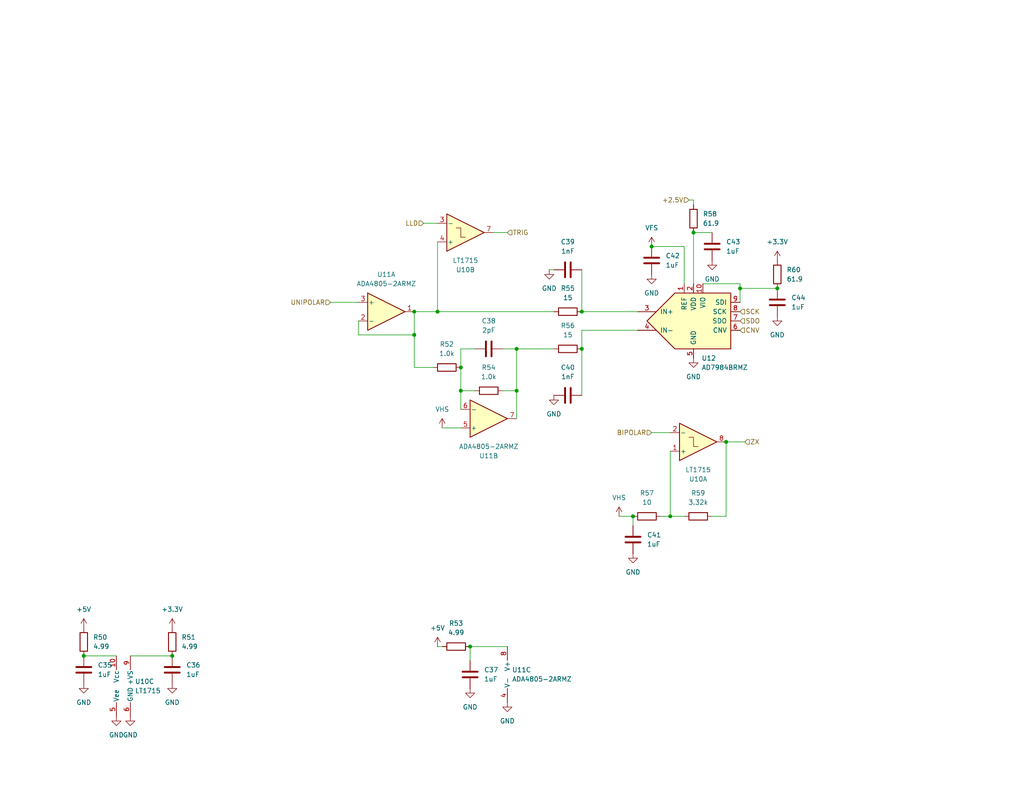
<source format=kicad_sch>
(kicad_sch (version 20231120) (generator "eeschema") (generator_version "8.0")
  (paper "USLetter")
  (title_block (title "QuERI MPU") (date "2024-05-26") (rev "Draft") (company "Noqsi Aerospace Ltd") (comment 1 "15 Blanchard Avenue, Billerica MA 01821") (comment 2 "jpd@noqsi.com"))
  (lib_symbols
    (symbol "QuERI_symbols:+2.5F" (power) (pin_names (offset 0))
      (property "Value" "+2.5F" (at 0 3.556 0))
      (symbol "+2.5F_0_1"
        (polyline (pts (xy -0.762 1.27) (xy 0 2.54)))
        (polyline (pts (xy 0 0) (xy 0 2.54)))
        (polyline (pts (xy 0 2.54) (xy 0.762 1.27)))
      )
      (symbol "+2.5F_1_1"
        (pin power_in line (at 0 0 90) (length 0) hide (name "+2.5F") (number "1"))
      )
    )
    (symbol "QuERI_symbols:AD7984BRMZ" (pin_names (offset 1.016)) (exclude_from_sim yes)
      (property "Reference" "U" (at 5.08 8.89 0))
      (property "Value" "AD7984BRMZ" (at 7.62 -8.89 0))
      (symbol "AD7984BRMZ_1_1"
        (polyline (pts (xy -5.08 7.62) (xy -12.7 0) (xy -5.08 -7.62) (xy 10.16 -7.62) (xy 10.16 7.62) (xy -5.08 7.62)) (stroke (width 0.254)) (fill (type background)))
        (pin input line (at -2.54 10.16 270) (length 2.54) (name "REF") (number "1"))
        (pin power_in line (at 2.54 10.16 270) (length 2.54) (name "VIO") (number "10"))
        (pin power_in line (at 0 10.16 270) (length 2.54) (name "VDD") (number "2"))
        (pin input line (at -15.24 2.54 0) (length 5.08) (name "IN+") (number "3"))
        (pin input line (at -15.24 -2.54 0) (length 5.08) (name "IN-") (number "4"))
        (pin power_in line (at 0 -10.16 90) (length 2.54) (name "GND") (number "5"))
        (pin input line (at 12.7 -2.54 180) (length 2.54) (name "CNV") (number "6"))
        (pin output line (at 12.7 0 180) (length 2.54) (name "SDO") (number "7"))
        (pin input line (at 12.7 2.54 180) (length 2.54) (name "SCK") (number "8"))
        (pin input line (at 12.7 5.08 180) (length 2.54) (name "SDI") (number "9"))
      )
    )
    (symbol "QuERI_symbols:ADA4805-2ARMZ" (pin_names (offset 0.127))
      (property "Reference" "U" (at 0 5.08 0))
      (property "Value" "ADA4805-2ARMZ" (at 0 -5.08 0))
      (symbol "ADA4805-2ARMZ_1_1"
        (polyline (pts (xy -5.08 5.08) (xy 5.08 0) (xy -5.08 -5.08) (xy -5.08 5.08)) (stroke (width 0.254)) (fill (type background)))
        (pin output line (at 7.62 0 180) (length 2.54) (name "~") (number "1"))
        (pin input line (at -7.62 -2.54 0) (length 2.54) (name "-") (number "2"))
        (pin input line (at -7.62 2.54 0) (length 2.54) (name "+") (number "3"))
      )
      (symbol "ADA4805-2ARMZ_2_1"
        (polyline (pts (xy -5.08 5.08) (xy 5.08 0) (xy -5.08 -5.08) (xy -5.08 5.08)) (stroke (width 0.254)) (fill (type background)))
        (pin input line (at -7.62 2.54 0) (length 2.54) (name "+") (number "5"))
        (pin input line (at -7.62 -2.54 0) (length 2.54) (name "-") (number "6"))
        (pin output line (at 7.62 0 180) (length 2.54) (name "~") (number "7"))
      )
      (symbol "ADA4805-2ARMZ_3_1"
        (pin power_in line (at -2.54 -7.62 90) (length 3.81) (name "V-") (number "4"))
        (pin power_in line (at -2.54 7.62 270) (length 3.81) (name "V+") (number "8"))
      )
    )
    (symbol "QuERI_symbols:C" (pin_numbers hide) (pin_names (offset 0.254))
      (property "Reference" "C" (at 0.635 2.54 0))
      (property "Value" "1uF" (at 0.635 -2.54 0))
      (symbol "C_0_1"
        (polyline (pts (xy -2.032 -0.762) (xy 2.032 -0.762)) (stroke (width 0.508)))
        (polyline (pts (xy -2.032 0.762) (xy 2.032 0.762)) (stroke (width 0.508)))
      )
      (symbol "C_1_1"
        (pin passive line (at 0 3.81 270) (length 2.794) (name "~") (number "1"))
        (pin passive line (at 0 -3.81 90) (length 2.794) (name "~") (number "2"))
      )
    )
    (symbol "QuERI_symbols:Csmall" (pin_numbers hide) (pin_names (offset 0.254))
      (property "Reference" "C" (at 0.635 2.54 0))
      (property "Value" "Csmall" (at 0.635 -2.54 0))
      (symbol "Csmall_0_1"
        (polyline (pts (xy -2.032 -0.762) (xy 2.032 -0.762)) (stroke (width 0.508)))
        (polyline (pts (xy -2.032 0.762) (xy 2.032 0.762)) (stroke (width 0.508)))
      )
      (symbol "Csmall_1_1"
        (pin passive line (at 0 3.81 270) (length 2.794) (name "~") (number "1"))
        (pin passive line (at 0 -3.81 90) (length 2.794) (name "~") (number "2"))
      )
    )
    (symbol "QuERI_symbols:LT1715" (pin_names (offset 0.127)) (exclude_from_sim yes)
      (property "Reference" "U" (at 3.81 3.81 0))
      (property "Value" "LT1715" (at 6.35 -3.81 0))
      (symbol "LT1715_1_1"
        (polyline (pts (xy -5.08 5.08) (xy 5.08 0) (xy -5.08 -5.08) (xy -5.08 5.08)) (stroke (width 0.254)) (fill (type background)))
        (polyline (pts (xy -2.54 -1.27) (xy -1.27 -1.27) (xy -1.27 1.27) (xy 0 1.27)))
        (pin input line (at -7.62 2.54 0) (length 2.54) (name "+") (number "1"))
        (pin input line (at -7.62 -2.54 0) (length 2.54) (name "-") (number "2"))
        (pin output line (at 7.62 0 180) (length 2.54) (name "~") (number "8"))
      )
      (symbol "LT1715_2_1"
        (polyline (pts (xy -5.08 5.08) (xy 5.08 0) (xy -5.08 -5.08) (xy -5.08 5.08)) (stroke (width 0.254)) (fill (type background)))
        (polyline (pts (xy -2.54 -1.27) (xy -1.27 -1.27) (xy -1.27 1.27) (xy 0 1.27)))
        (pin input line (at -7.62 -2.54 0) (length 2.54) (name "-") (number "3"))
        (pin input line (at -7.62 2.54 0) (length 2.54) (name "+") (number "4"))
        (pin output line (at 7.62 0 180) (length 2.54) (name "~") (number "7"))
      )
      (symbol "LT1715_3_1"
        (pin power_in line (at -2.54 8.89 270) (length 3.81) (name "Vcc") (number "10"))
        (pin power_in line (at -2.54 -7.62 90) (length 3.81) (name "Vee") (number "5"))
        (pin power_in line (at 1.27 -7.62 90) (length 3.81) (name "GND") (number "6"))
        (pin power_in line (at 1.27 8.89 270) (length 3.81) (name "+VS") (number "9"))
      )
    )
    (symbol "QuERI_symbols:Rlowp" (pin_numbers hide) (pin_names (offset 0))
      (property "Reference" "R" (at 2.032 0 90))
      (property "Value" "Rlowp" (at 0 0 90))
      (symbol "Rlowp_0_1"
        (rectangle (start -1.016 -2.54) (end 1.016 2.54) (stroke (width 0.254)))
      )
      (symbol "Rlowp_1_1"
        (pin passive line (at 0 3.81 270) (length 1.27) (name "~") (number "1"))
        (pin passive line (at 0 -3.81 90) (length 1.27) (name "~") (number "2"))
      )
    )
    (symbol "power:+3.3V" (power) (pin_numbers hide) (pin_names (offset 0) hide)
      (property "Value" "+3.3V" (at 0 3.556 0))
      (symbol "+3.3V_0_1"
        (polyline (pts (xy -0.762 1.27) (xy 0 2.54)))
        (polyline (pts (xy 0 0) (xy 0 2.54)))
        (polyline (pts (xy 0 2.54) (xy 0.762 1.27)))
      )
      (symbol "+3.3V_1_1"
        (pin power_in line (at 0 0 90) (length 0) (name "~") (number "1"))
      )
    )
    (symbol "power:+5V" (power) (pin_numbers hide) (pin_names (offset 0) hide)
      (property "Value" "+5V" (at 0 3.556 0))
      (symbol "+5V_0_1"
        (polyline (pts (xy -0.762 1.27) (xy 0 2.54)))
        (polyline (pts (xy 0 0) (xy 0 2.54)))
        (polyline (pts (xy 0 2.54) (xy 0.762 1.27)))
      )
      (symbol "+5V_1_1"
        (pin power_in line (at 0 0 90) (length 0) (name "~") (number "1"))
      )
    )
    (symbol "power:GND" (power) (pin_numbers hide) (pin_names (offset 0) hide)
      (property "Value" "GND" (at 0 -3.81 0))
      (symbol "GND_0_1"
        (polyline (pts (xy 0 0) (xy 0 -1.27) (xy 1.27 -1.27) (xy 0 -2.54) (xy -1.27 -1.27) (xy 0 -1.27)))
      )
      (symbol "GND_1_1"
        (pin power_in line (at 0 0 270) (length 0) (name "~") (number "1"))
      )
    )
  )
  (junction (at 119.38 85.09))
  (junction (at 212.09 78.74))
  (junction (at 189.23 63.5))
  (junction (at 182.88 140.97))
  (junction (at 201.93 78.74))
  (junction (at 158.75 85.09))
  (junction (at 125.73 100.33))
  (junction (at 22.86 179.07))
  (junction (at 172.72 140.97))
  (junction (at 140.97 106.68))
  (junction (at 198.12 120.65))
  (junction (at 177.8 67.31))
  (junction (at 46.99 179.07))
  (junction (at 140.97 95.25))
  (junction (at 128.27 176.53))
  (junction (at 125.73 106.68))
  (junction (at 158.75 95.25))
  (junction (at 113.03 91.44))
  (junction (at 113.03 85.09))
  (wire (pts (xy 129.54 106.68) (xy 125.73 106.68)))
  (wire (pts (xy 149.86 73.66) (xy 151.13 73.66)))
  (wire (pts (xy 140.97 95.25) (xy 137.16 95.25)))
  (wire (pts (xy 186.69 67.31) (xy 177.8 67.31)))
  (wire (pts (xy 97.79 91.44) (xy 113.03 91.44)))
  (wire (pts (xy 191.77 77.47) (xy 201.93 77.47)))
  (wire (pts (xy 119.38 66.04) (xy 119.38 85.09)))
  (wire (pts (xy 119.38 176.53) (xy 120.65 176.53)))
  (wire (pts (xy 134.62 63.5) (xy 138.43 63.5)))
  (wire (pts (xy 198.12 120.65) (xy 203.2 120.65)))
  (wire (pts (xy 113.03 100.33) (xy 118.11 100.33)))
  (wire (pts (xy 158.75 73.66) (xy 158.75 85.09)))
  (wire (pts (xy 189.23 63.5) (xy 189.23 77.47)))
  (wire (pts (xy 201.93 77.47) (xy 201.93 78.74)))
  (wire (pts (xy 180.34 140.97) (xy 182.88 140.97)))
  (wire (pts (xy 113.03 91.44) (xy 113.03 100.33)))
  (wire (pts (xy 194.31 140.97) (xy 198.12 140.97)))
  (wire (pts (xy 140.97 95.25) (xy 151.13 95.25)))
  (wire (pts (xy 140.97 106.68) (xy 137.16 106.68)))
  (wire (pts (xy 177.8 118.11) (xy 182.88 118.11)))
  (wire (pts (xy 113.03 85.09) (xy 119.38 85.09)))
  (wire (pts (xy 189.23 55.88) (xy 189.23 54.61)))
  (wire (pts (xy 186.69 77.47) (xy 186.69 67.31)))
  (wire (pts (xy 22.86 179.07) (xy 31.75 179.07)))
  (wire (pts (xy 140.97 114.3) (xy 140.97 106.68)))
  (wire (pts (xy 128.27 176.53) (xy 128.27 180.34)))
  (wire (pts (xy 201.93 78.74) (xy 212.09 78.74)))
  (wire (pts (xy 90.17 82.55) (xy 97.79 82.55)))
  (wire (pts (xy 140.97 95.25) (xy 140.97 106.68)))
  (wire (pts (xy 158.75 85.09) (xy 173.99 85.09)))
  (wire (pts (xy 189.23 54.61) (xy 187.96 54.61)))
  (wire (pts (xy 182.88 140.97) (xy 186.69 140.97)))
  (wire (pts (xy 173.99 90.17) (xy 158.75 90.17)))
  (wire (pts (xy 172.72 140.97) (xy 172.72 143.51)))
  (wire (pts (xy 128.27 176.53) (xy 138.43 176.53)))
  (wire (pts (xy 198.12 140.97) (xy 198.12 120.65)))
  (wire (pts (xy 158.75 95.25) (xy 158.75 107.95)))
  (wire (pts (xy 125.73 106.68) (xy 125.73 111.76)))
  (wire (pts (xy 189.23 63.5) (xy 194.31 63.5)))
  (wire (pts (xy 201.93 78.74) (xy 201.93 82.55)))
  (wire (pts (xy 120.65 116.84) (xy 125.73 116.84)))
  (wire (pts (xy 125.73 100.33) (xy 125.73 106.68)))
  (wire (pts (xy 158.75 90.17) (xy 158.75 95.25)))
  (wire (pts (xy 182.88 123.19) (xy 182.88 140.97)))
  (wire (pts (xy 113.03 91.44) (xy 113.03 85.09)))
  (wire (pts (xy 125.73 95.25) (xy 125.73 100.33)))
  (wire (pts (xy 129.54 95.25) (xy 125.73 95.25)))
  (wire (pts (xy 35.56 179.07) (xy 46.99 179.07)))
  (wire (pts (xy 119.38 85.09) (xy 151.13 85.09)))
  (wire (pts (xy 168.91 140.97) (xy 172.72 140.97)))
  (wire (pts (xy 97.79 87.63) (xy 97.79 91.44)))
  (wire (pts (xy 115.57 60.96) (xy 119.38 60.96)))
  (hierarchical_label "TRIG" (shape input) (at 138.43 63.5 0))
  (hierarchical_label "CNV" (shape input) (at 201.93 90.17 0))
  (hierarchical_label "+2.5V" (shape input) (at 187.96 54.61 180))
  (hierarchical_label "UNIPOLAR" (shape input) (at 90.17 82.55 180))
  (hierarchical_label "BIPOLAR" (shape input) (at 177.8 118.11 180))
  (hierarchical_label "SDO" (shape input) (at 201.93 87.63 0))
  (hierarchical_label "SCK" (shape input) (at 201.93 85.09 0))
  (hierarchical_label "ZX" (shape input) (at 203.2 120.65 0))
  (hierarchical_label "LLD" (shape input) (at 115.57 60.96 180))
  (symbol (lib_id "power:GND") (at 31.75 195.58 0) (unit 1)
    (property "Reference" "#PWR073" (effects (hide yes)))
    (property "Value" "GND" (at 31.75 200.66 0))
    (property "Description" "Power symbol creates a global label with name \"GND\" , ground" (effects (hide yes)))
    (instances (project "" (path "" (reference "#PWR073") (unit 1)) (path "" (reference "#PWR053") (unit 1))) (project "MPU" (path "" (reference "#PWR0270") (unit 1)) (path "" (reference "#PWR0316") (unit 1)) (path "" (reference "#PWR0230") (unit 1)) (path "" (reference "#PWR0250") (unit 1))))
  )
  (symbol (lib_id "QuERI_symbols:C") (at 194.31 67.31 0) (unit 1)
    (property "Reference" "C43" (at 198.12 66.04 0) (effects (justify left)))
    (property "Value" "1uF" (at 198.12 68.58 0) (effects (justify left)))
    (property "Footprint" "Capacitor_SMD:C_0805_2012Metric" (effects (hide yes)))
    (property "Description" "Unpolarized capacitor" (effects (hide yes)))
    (property "Spec" "16WVDC X7R" (effects (hide yes)))
    (instances (project "" (path "" (reference "C43") (unit 1)) (path "" (reference "C33") (unit 1))) (project "MPU" (path "" (reference "C143") (unit 1)) (path "" (reference "C227") (unit 1)) (path "" (reference "C123") (unit 1)) (path "" (reference "C133") (unit 1))))
  )
  (symbol (lib_id "QuERI_symbols:Csmall") (at 154.94 107.95 90) (unit 1)
    (property "Reference" "C40" (at 154.94 100.33 90))
    (property "Value" "1nF" (at 154.94 102.87 90))
    (property "Footprint" "Capacitor_SMD:C_0603_1608Metric" (effects (hide yes)))
    (property "Description" "Unpolarized capacitor" (effects (hide yes)))
    (property "Spec" "50WVDC C0G" (effects (hide yes)))
    (instances (project "" (path "" (reference "C40") (unit 1)) (path "" (reference "C30") (unit 1))) (project "MPU" (path "" (reference "C140") (unit 1)) (path "" (reference "C224") (unit 1)) (path "" (reference "C120") (unit 1)) (path "" (reference "C130") (unit 1))))
  )
  (symbol (lib_id "QuERI_symbols:ADA4805-2ARMZ") (at 133.35 114.3 0) (mirror x) (unit 2)
    (property "Reference" "U11" (at 133.35 124.46 0))
    (property "Value" "ADA4805-2ARMZ" (at 133.35 121.92 0))
    (property "Footprint" "Package_SO:MSOP-8_3x3mm_P0.65mm" (effects (hide yes)))
    (property "Datasheet" "https://www.analog.com/media/en/technical-documentation/data-sheets/ADA4805-1_4805-2.pdf" (effects (hide yes)))
    (property "Description" "Dual Operational Amplifiers, DIP-8/SOIC-8/TSSOP-8/VSSOP-8" (effects (hide yes)))
    (property "Sim.Library" "ADA4805_msop.mod" (effects (hide yes)))
    (property "Sim.Name" "ADA4805_msop" (effects (hide yes)))
    (property "Sim.Device" "SUBCKT" (effects (hide yes)))
    (property "Sim.Pins" "1=1 2=2 3=3 4=4 5=5 6=6 7=7 8=8" (effects (hide yes)))
    (instances (project "" (path "" (reference "U11") (unit 2)) (path "" (reference "U8") (unit 2))) (project "MPU" (path "" (reference "U33") (unit 2)) (path "" (reference "U38") (unit 2)) (path "" (reference "U27") (unit 2)) (path "" (reference "U30") (unit 2))))
  )
  (symbol (lib_id "QuERI_symbols:C") (at 128.27 184.15 0) (unit 1)
    (property "Reference" "C37" (at 132.08 182.88 0) (effects (justify left)))
    (property "Value" "1uF" (at 132.08 185.42 0) (effects (justify left)))
    (property "Footprint" "Capacitor_SMD:C_0805_2012Metric" (effects (hide yes)))
    (property "Description" "Unpolarized capacitor" (effects (hide yes)))
    (property "Spec" "16WVDC X7R" (effects (hide yes)))
    (instances (project "" (path "" (reference "C37") (unit 1)) (path "" (reference "C27") (unit 1))) (project "MPU" (path "" (reference "C137") (unit 1)) (path "" (reference "C221") (unit 1)) (path "" (reference "C117") (unit 1)) (path "" (reference "C127") (unit 1))))
  )
  (symbol (lib_id "QuERI_symbols:C") (at 212.09 82.55 0) (unit 1)
    (property "Reference" "C44" (at 215.9 81.28 0) (effects (justify left)))
    (property "Value" "1uF" (at 215.9 83.82 0) (effects (justify left)))
    (property "Footprint" "Capacitor_SMD:C_0805_2012Metric" (effects (hide yes)))
    (property "Description" "Unpolarized capacitor" (effects (hide yes)))
    (property "Spec" "16WVDC X7R" (effects (hide yes)))
    (instances (project "" (path "" (reference "C44") (unit 1)) (path "" (reference "C34") (unit 1))) (project "MPU" (path "" (reference "C144") (unit 1)) (path "" (reference "C228") (unit 1)) (path "" (reference "C124") (unit 1)) (path "" (reference "C134") (unit 1))))
  )
  (symbol (lib_id "QuERI_symbols:Rlowp") (at 154.94 95.25 90) (unit 1)
    (property "Reference" "R56" (at 154.94 88.9 90))
    (property "Value" "15" (at 154.94 91.44 90))
    (property "Footprint" "Resistor_SMD:R_0603_1608Metric" (effects (hide yes)))
    (property "Description" "Resistor" (effects (hide yes)))
    (property "Spec" "1% 1/10W" (effects (hide yes)))
    (instances (project "" (path "" (reference "R56") (unit 1)) (path "" (reference "R45") (unit 1))) (project "MPU" (path "" (reference "R187") (unit 1)) (path "" (reference "R216") (unit 1)) (path "" (reference "R165") (unit 1)) (path "" (reference "R176") (unit 1))))
  )
  (symbol (lib_id "power:GND") (at 172.72 151.13 0) (unit 1)
    (property "Reference" "#PWR084" (effects (hide yes)))
    (property "Value" "GND" (at 172.72 156.21 0))
    (property "Description" "Power symbol creates a global label with name \"GND\" , ground" (effects (hide yes)))
    (instances (project "" (path "" (reference "#PWR084") (unit 1)) (path "" (reference "#PWR064") (unit 1))) (project "MPU" (path "" (reference "#PWR0281") (unit 1)) (path "" (reference "#PWR0327") (unit 1)) (path "" (reference "#PWR0241") (unit 1)) (path "" (reference "#PWR0261") (unit 1))))
  )
  (symbol (lib_id "power:GND") (at 22.86 186.69 0) (unit 1)
    (property "Reference" "#PWR072" (effects (hide yes)))
    (property "Value" "GND" (at 22.86 191.77 0))
    (property "Description" "Power symbol creates a global label with name \"GND\" , ground" (effects (hide yes)))
    (instances (project "" (path "" (reference "#PWR072") (unit 1)) (path "" (reference "#PWR052") (unit 1))) (project "MPU" (path "" (reference "#PWR0269") (unit 1)) (path "" (reference "#PWR0315") (unit 1)) (path "" (reference "#PWR0229") (unit 1)) (path "" (reference "#PWR0249") (unit 1))))
  )
  (symbol (lib_id "QuERI_symbols:ADA4805-2ARMZ") (at 140.97 184.15 0) (unit 3)
    (property "Reference" "U11" (at 139.7 182.88 0) (effects (justify left)))
    (property "Value" "ADA4805-2ARMZ" (at 139.7 185.42 0) (effects (justify left)))
    (property "Footprint" "Package_SO:MSOP-8_3x3mm_P0.65mm" (effects (hide yes)))
    (property "Datasheet" "https://www.analog.com/media/en/technical-documentation/data-sheets/ADA4805-1_4805-2.pdf" (effects (hide yes)))
    (property "Description" "Dual Operational Amplifiers, DIP-8/SOIC-8/TSSOP-8/VSSOP-8" (effects (hide yes)))
    (property "Sim.Library" "ADA4805_msop.mod" (effects (hide yes)))
    (property "Sim.Name" "ADA4805_msop" (effects (hide yes)))
    (property "Sim.Device" "SUBCKT" (effects (hide yes)))
    (property "Sim.Pins" "1=1 2=2 3=3 4=4 5=5 6=6 7=7 8=8" (effects (hide yes)))
    (instances (project "" (path "" (reference "U11") (unit 3)) (path "" (reference "U8") (unit 3))) (project "MPU" (path "" (reference "U33") (unit 3)) (path "" (reference "U38") (unit 3)) (path "" (reference "U27") (unit 3)) (path "" (reference "U30") (unit 3))))
  )
  (symbol (lib_id "QuERI_symbols:Csmall") (at 133.35 95.25 90) (unit 1)
    (property "Reference" "C38" (at 133.35 87.63 90))
    (property "Value" "2pF" (at 133.35 90.17 90))
    (property "Footprint" "Capacitor_SMD:C_0603_1608Metric" (effects (hide yes)))
    (property "Description" "Unpolarized capacitor" (effects (hide yes)))
    (property "Spec" "50WVDC C0G" (effects (hide yes)))
    (instances (project "" (path "" (reference "C38") (unit 1)) (path "" (reference "C28") (unit 1))) (project "MPU" (path "" (reference "C138") (unit 1)) (path "" (reference "C222") (unit 1)) (path "" (reference "C118") (unit 1)) (path "" (reference "C128") (unit 1))))
  )
  (symbol (lib_id "power:+3.3V") (at 46.99 171.45 0) (unit 1)
    (property "Reference" "#PWR075" (effects (hide yes)))
    (property "Value" "+3.3V" (at 46.99 166.37 0))
    (property "Description" "Power symbol creates a global label with name \"+3.3V\"" (effects (hide yes)))
    (instances (project "" (path "" (reference "#PWR075") (unit 1)) (path "" (reference "#PWR055") (unit 1))) (project "MPU" (path "" (reference "#PWR0272") (unit 1)) (path "" (reference "#PWR0318") (unit 1)) (path "" (reference "#PWR0232") (unit 1)) (path "" (reference "#PWR0252") (unit 1))))
  )
  (symbol (lib_id "power:GND") (at 212.09 86.36 0) (unit 1)
    (property "Reference" "#PWR090" (effects (hide yes)))
    (property "Value" "GND" (at 212.09 91.44 0))
    (property "Description" "Power symbol creates a global label with name \"GND\" , ground" (effects (hide yes)))
    (instances (project "" (path "" (reference "#PWR090") (unit 1)) (path "" (reference "#PWR070") (unit 1))) (project "MPU" (path "" (reference "#PWR0287") (unit 1)) (path "" (reference "#PWR0333") (unit 1)) (path "" (reference "#PWR0247") (unit 1)) (path "" (reference "#PWR0267") (unit 1))))
  )
  (symbol (lib_id "QuERI_symbols:ADA4805-2ARMZ") (at 105.41 85.09 0) (unit 1)
    (property "Reference" "U11" (at 105.41 74.93 0))
    (property "Value" "ADA4805-2ARMZ" (at 105.41 77.47 0))
    (property "Footprint" "Package_SO:MSOP-8_3x3mm_P0.65mm" (effects (hide yes)))
    (property "Datasheet" "https://www.analog.com/media/en/technical-documentation/data-sheets/ADA4805-1_4805-2.pdf" (effects (hide yes)))
    (property "Description" "Dual Operational Amplifiers, DIP-8/SOIC-8/TSSOP-8/VSSOP-8" (effects (hide yes)))
    (property "Sim.Library" "ADA4805_msop.mod" (effects (hide yes)))
    (property "Sim.Name" "ADA4805_msop" (effects (hide yes)))
    (property "Sim.Device" "SUBCKT" (effects (hide yes)))
    (property "Sim.Pins" "1=1 2=2 3=3 4=4 5=5 6=6 7=7 8=8" (effects (hide yes)))
    (instances (project "" (path "" (reference "U11") (unit 1)) (path "" (reference "U8") (unit 1))) (project "MPU" (path "" (reference "U33") (unit 1)) (path "" (reference "U38") (unit 1)) (path "" (reference "U27") (unit 1)) (path "" (reference "U30") (unit 1))))
  )
  (symbol (lib_id "QuERI_symbols:Rlowp") (at 124.46 176.53 90) (unit 1)
    (property "Reference" "R53" (at 124.46 170.18 90))
    (property "Value" "4.99" (at 124.46 172.72 90))
    (property "Footprint" "Resistor_SMD:R_0603_1608Metric" (effects (hide yes)))
    (property "Description" "Resistor" (effects (hide yes)))
    (property "Spec" "1% 1/10W" (effects (hide yes)))
    (instances (project "" (path "" (reference "R53") (unit 1)) (path "" (reference "R42") (unit 1))) (project "MPU" (path "" (reference "R184") (unit 1)) (path "" (reference "R213") (unit 1)) (path "" (reference "R162") (unit 1)) (path "" (reference "R173") (unit 1))))
  )
  (symbol (lib_id "power:+5V") (at 22.86 171.45 0) (unit 1)
    (property "Reference" "#PWR071" (effects (hide yes)))
    (property "Value" "+5V" (at 22.86 166.37 0))
    (property "Description" "Power symbol creates a global label with name \"+5V\"" (effects (hide yes)))
    (instances (project "" (path "" (reference "#PWR071") (unit 1)) (path "" (reference "#PWR051") (unit 1))) (project "MPU" (path "" (reference "#PWR0268") (unit 1)) (path "" (reference "#PWR0314") (unit 1)) (path "" (reference "#PWR0228") (unit 1)) (path "" (reference "#PWR0248") (unit 1))))
  )
  (symbol (lib_id "QuERI_symbols:Rlowp") (at 154.94 85.09 90) (unit 1)
    (property "Reference" "R55" (at 154.94 78.74 90))
    (property "Value" "15" (at 154.94 81.28 90))
    (property "Footprint" "Resistor_SMD:R_0603_1608Metric" (effects (hide yes)))
    (property "Description" "Resistor" (effects (hide yes)))
    (property "Spec" "1% 1/10W" (effects (hide yes)))
    (instances (project "" (path "" (reference "R55") (unit 1)) (path "" (reference "R44") (unit 1))) (project "MPU" (path "" (reference "R186") (unit 1)) (path "" (reference "R215") (unit 1)) (path "" (reference "R164") (unit 1)) (path "" (reference "R175") (unit 1))))
  )
  (symbol (lib_id "power:GND") (at 177.8 74.93 0) (unit 1)
    (property "Reference" "#PWR086" (effects (hide yes)))
    (property "Value" "GND" (at 177.8 80.01 0))
    (property "Description" "Power symbol creates a global label with name \"GND\" , ground" (effects (hide yes)))
    (instances (project "" (path "" (reference "#PWR086") (unit 1)) (path "" (reference "#PWR066") (unit 1))) (project "MPU" (path "" (reference "#PWR0283") (unit 1)) (path "" (reference "#PWR0329") (unit 1)) (path "" (reference "#PWR0243") (unit 1)) (path "" (reference "#PWR0263") (unit 1))))
  )
  (symbol (lib_id "power:GND") (at 151.13 107.95 0) (unit 1)
    (property "Reference" "#PWR082" (effects (hide yes)))
    (property "Value" "GND" (at 151.13 113.03 0))
    (property "Description" "Power symbol creates a global label with name \"GND\" , ground" (effects (hide yes)))
    (instances (project "" (path "" (reference "#PWR082") (unit 1)) (path "" (reference "#PWR062") (unit 1))) (project "MPU" (path "" (reference "#PWR0279") (unit 1)) (path "" (reference "#PWR0325") (unit 1)) (path "" (reference "#PWR0239") (unit 1)) (path "" (reference "#PWR0259") (unit 1))))
  )
  (symbol (lib_id "power:+3.3V") (at 212.09 71.12 0) (unit 1)
    (property "Reference" "#PWR089" (effects (hide yes)))
    (property "Value" "+3.3V" (at 212.09 66.04 0))
    (property "Description" "Power symbol creates a global label with name \"+3.3V\"" (effects (hide yes)))
    (instances (project "" (path "" (reference "#PWR089") (unit 1)) (path "" (reference "#PWR069") (unit 1))) (project "MPU" (path "" (reference "#PWR0286") (unit 1)) (path "" (reference "#PWR0332") (unit 1)) (path "" (reference "#PWR0246") (unit 1)) (path "" (reference "#PWR0266") (unit 1))))
  )
  (symbol (lib_id "power:GND") (at 149.86 73.66 0) (unit 1)
    (property "Reference" "#PWR081" (effects (hide yes)))
    (property "Value" "GND" (at 149.86 78.74 0))
    (property "Description" "Power symbol creates a global label with name \"GND\" , ground" (effects (hide yes)))
    (instances (project "" (path "" (reference "#PWR081") (unit 1)) (path "" (reference "#PWR061") (unit 1))) (project "MPU" (path "" (reference "#PWR0278") (unit 1)) (path "" (reference "#PWR0324") (unit 1)) (path "" (reference "#PWR0238") (unit 1)) (path "" (reference "#PWR0258") (unit 1))))
  )
  (symbol (lib_id "QuERI_symbols:Rlowp") (at 189.23 59.69 0) (unit 1)
    (property "Reference" "R58" (at 191.77 58.42 0) (effects (justify left)))
    (property "Value" "61.9" (at 191.77 60.96 0) (effects (justify left)))
    (property "Footprint" "Resistor_SMD:R_0603_1608Metric" (effects (hide yes)))
    (property "Description" "Resistor" (effects (hide yes)))
    (property "Spec" "1% 1/10W" (effects (hide yes)))
    (instances (project "" (path "" (reference "R58") (unit 1)) (path "" (reference "R47") (unit 1))) (project "MPU" (path "" (reference "R189") (unit 1)) (path "" (reference "R218") (unit 1)) (path "" (reference "R167") (unit 1)) (path "" (reference "R178") (unit 1))))
  )
  (symbol (lib_id "QuERI_symbols:Rlowp") (at 176.53 140.97 90) (unit 1)
    (property "Reference" "R57" (at 176.53 134.62 90))
    (property "Value" "10" (at 176.53 137.16 90))
    (property "Footprint" "Resistor_SMD:R_0603_1608Metric" (effects (hide yes)))
    (property "Description" "Resistor" (effects (hide yes)))
    (property "Spec" "1% 1/10W" (effects (hide yes)))
    (instances (project "" (path "" (reference "R57") (unit 1)) (path "" (reference "R46") (unit 1))) (project "MPU" (path "" (reference "R188") (unit 1)) (path "" (reference "R217") (unit 1)) (path "" (reference "R166") (unit 1)) (path "" (reference "R177") (unit 1))))
  )
  (symbol (lib_id "QuERI_symbols:+2.5F") (at 120.65 116.84 0) (unit 1)
    (property "Reference" "#PWR078" (effects (hide yes)))
    (property "Value" "VHS" (at 120.65 111.76 0))
    (property "Description" "Power symbol creates a global label with name \"+2.5F\"" (effects (hide yes)))
    (instances (project "" (path "" (reference "#PWR078") (unit 1)) (path "" (reference "#PWR058") (unit 1))) (project "MPU" (path "" (reference "#PWR0275") (unit 1)) (path "" (reference "#PWR0321") (unit 1)) (path "" (reference "#PWR0235") (unit 1)) (path "" (reference "#PWR0255") (unit 1))))
  )
  (symbol (lib_id "QuERI_symbols:C") (at 46.99 182.88 0) (unit 1)
    (property "Reference" "C36" (at 50.8 181.61 0) (effects (justify left)))
    (property "Value" "1uF" (at 50.8 184.15 0) (effects (justify left)))
    (property "Footprint" "Capacitor_SMD:C_0805_2012Metric" (effects (hide yes)))
    (property "Description" "Unpolarized capacitor" (effects (hide yes)))
    (property "Spec" "16WVDC X7R" (effects (hide yes)))
    (instances (project "" (path "" (reference "C36") (unit 1)) (path "" (reference "C26") (unit 1))) (project "MPU" (path "" (reference "C136") (unit 1)) (path "" (reference "C220") (unit 1)) (path "" (reference "C116") (unit 1)) (path "" (reference "C126") (unit 1))))
  )
  (symbol (lib_id "QuERI_symbols:C") (at 22.86 182.88 0) (unit 1)
    (property "Reference" "C35" (at 26.67 181.61 0) (effects (justify left)))
    (property "Value" "1uF" (at 26.67 184.15 0) (effects (justify left)))
    (property "Footprint" "Capacitor_SMD:C_0805_2012Metric" (effects (hide yes)))
    (property "Description" "Unpolarized capacitor" (effects (hide yes)))
    (property "Spec" "16WVDC X7R" (effects (hide yes)))
    (instances (project "" (path "" (reference "C35") (unit 1)) (path "" (reference "C25") (unit 1))) (project "MPU" (path "" (reference "C135") (unit 1)) (path "" (reference "C219") (unit 1)) (path "" (reference "C115") (unit 1)) (path "" (reference "C125") (unit 1))))
  )
  (symbol (lib_id "QuERI_symbols:LT1715") (at 190.5 120.65 0) (mirror x) (unit 1) (exclude_from_sim yes)
    (property "Reference" "U10" (at 190.5 130.81 0))
    (property "Value" "LT1715" (at 190.5 128.27 0))
    (property "Footprint" "Package_SO:MSOP-10_3x3mm_P0.5mm" (effects (hide yes)))
    (property "Datasheet" "https://www.analog.com/media/en/technical-documentation/data-sheets/1715fa.pdf" (effects (hide yes)))
    (property "Description" "Fast Dual Comparator, MSOP-10" (effects (hide yes)))
    (property "Sim.Library" "LT1715_pkg.mod" (effects (hide yes)))
    (property "Sim.Name" "lt1715_pkg" (effects (hide yes)))
    (property "Sim.Device" "SUBCKT" (effects (hide yes)))
    (property "Sim.Pins" "1=1 2=2 3=3 4=4 5=5 6=6 7=7 8=8 9=9 10=10" (effects (hide yes)))
    (instances (project "" (path "" (reference "U10") (unit 1)) (path "" (reference "U7") (unit 1))) (project "MPU" (path "" (reference "U32") (unit 1)) (path "" (reference "U37") (unit 1)) (path "" (reference "U26") (unit 1)) (path "" (reference "U29") (unit 1))))
  )
  (symbol (lib_id "power:GND") (at 128.27 187.96 0) (unit 1)
    (property "Reference" "#PWR079" (effects (hide yes)))
    (property "Value" "GND" (at 128.27 193.04 0))
    (property "Description" "Power symbol creates a global label with name \"GND\" , ground" (effects (hide yes)))
    (instances (project "" (path "" (reference "#PWR079") (unit 1)) (path "" (reference "#PWR059") (unit 1))) (project "MPU" (path "" (reference "#PWR0276") (unit 1)) (path "" (reference "#PWR0322") (unit 1)) (path "" (reference "#PWR0236") (unit 1)) (path "" (reference "#PWR0256") (unit 1))))
  )
  (symbol (lib_id "QuERI_symbols:C") (at 177.8 71.12 0) (unit 1)
    (property "Reference" "C42" (at 181.61 69.85 0) (effects (justify left)))
    (property "Value" "1uF" (at 181.61 72.39 0) (effects (justify left)))
    (property "Footprint" "Capacitor_SMD:C_0805_2012Metric" (effects (hide yes)))
    (property "Description" "Unpolarized capacitor" (effects (hide yes)))
    (property "Spec" "16WVDC X7R" (effects (hide yes)))
    (instances (project "" (path "" (reference "C42") (unit 1)) (path "" (reference "C32") (unit 1))) (project "MPU" (path "" (reference "C142") (unit 1)) (path "" (reference "C226") (unit 1)) (path "" (reference "C122") (unit 1)) (path "" (reference "C132") (unit 1))))
  )
  (symbol (lib_id "power:GND") (at 194.31 71.12 0) (unit 1)
    (property "Reference" "#PWR088" (effects (hide yes)))
    (property "Value" "GND" (at 194.31 76.2 0))
    (property "Description" "Power symbol creates a global label with name \"GND\" , ground" (effects (hide yes)))
    (instances (project "" (path "" (reference "#PWR088") (unit 1)) (path "" (reference "#PWR068") (unit 1))) (project "MPU" (path "" (reference "#PWR0285") (unit 1)) (path "" (reference "#PWR0331") (unit 1)) (path "" (reference "#PWR0245") (unit 1)) (path "" (reference "#PWR0265") (unit 1))))
  )
  (symbol (lib_id "QuERI_symbols:Csmall") (at 154.94 73.66 90) (unit 1)
    (property "Reference" "C39" (at 154.94 66.04 90))
    (property "Value" "1nF" (at 154.94 68.58 90))
    (property "Footprint" "Capacitor_SMD:C_0603_1608Metric" (effects (hide yes)))
    (property "Description" "Unpolarized capacitor" (effects (hide yes)))
    (property "Spec" "50WVDC C0G" (effects (hide yes)))
    (instances (project "" (path "" (reference "C39") (unit 1)) (path "" (reference "C29") (unit 1))) (project "MPU" (path "" (reference "C139") (unit 1)) (path "" (reference "C223") (unit 1)) (path "" (reference "C119") (unit 1)) (path "" (reference "C129") (unit 1))))
  )
  (symbol (lib_id "QuERI_symbols:C") (at 172.72 147.32 0) (unit 1)
    (property "Reference" "C41" (at 176.53 146.05 0) (effects (justify left)))
    (property "Value" "1uF" (at 176.53 148.59 0) (effects (justify left)))
    (property "Footprint" "Capacitor_SMD:C_0805_2012Metric" (effects (hide yes)))
    (property "Description" "Unpolarized capacitor" (effects (hide yes)))
    (property "Spec" "16WVDC X7R" (effects (hide yes)))
    (instances (project "" (path "" (reference "C41") (unit 1)) (path "" (reference "C31") (unit 1))) (project "MPU" (path "" (reference "C141") (unit 1)) (path "" (reference "C225") (unit 1)) (path "" (reference "C121") (unit 1)) (path "" (reference "C131") (unit 1))))
  )
  (symbol (lib_id "QuERI_symbols:Rlowp") (at 212.09 74.93 0) (unit 1)
    (property "Reference" "R60" (at 214.63 73.66 0) (effects (justify left)))
    (property "Value" "61.9" (at 214.63 76.2 0) (effects (justify left)))
    (property "Footprint" "Resistor_SMD:R_0603_1608Metric" (effects (hide yes)))
    (property "Description" "Resistor" (effects (hide yes)))
    (property "Spec" "1% 1/10W" (effects (hide yes)))
    (instances (project "" (path "" (reference "R60") (unit 1)) (path "" (reference "R49") (unit 1))) (project "MPU" (path "" (reference "R191") (unit 1)) (path "" (reference "R220") (unit 1)) (path "" (reference "R169") (unit 1)) (path "" (reference "R180") (unit 1))))
  )
  (symbol (lib_id "QuERI_symbols:+2.5F") (at 177.8 67.31 0) (unit 1)
    (property "Reference" "#PWR085" (effects (hide yes)))
    (property "Value" "VFS" (at 177.8 62.23 0))
    (property "Description" "Power symbol creates a global label with name \"+2.5F\"" (effects (hide yes)))
    (instances (project "" (path "" (reference "#PWR085") (unit 1)) (path "" (reference "#PWR065") (unit 1))) (project "MPU" (path "" (reference "#PWR0282") (unit 1)) (path "" (reference "#PWR0328") (unit 1)) (path "" (reference "#PWR0242") (unit 1)) (path "" (reference "#PWR0262") (unit 1))))
  )
  (symbol (lib_id "QuERI_symbols:Rlowp") (at 22.86 175.26 0) (unit 1)
    (property "Reference" "R50" (at 25.4 173.99 0) (effects (justify left)))
    (property "Value" "4.99" (at 25.4 176.53 0) (effects (justify left)))
    (property "Footprint" "Resistor_SMD:R_0603_1608Metric" (effects (hide yes)))
    (property "Description" "Resistor" (effects (hide yes)))
    (property "Spec" "1% 1/10W" (effects (hide yes)))
    (instances (project "" (path "" (reference "R50") (unit 1)) (path "" (reference "R39") (unit 1))) (project "MPU" (path "" (reference "R181") (unit 1)) (path "" (reference "R210") (unit 1)) (path "" (reference "R159") (unit 1)) (path "" (reference "R170") (unit 1))))
  )
  (symbol (lib_id "QuERI_symbols:Rlowp") (at 121.92 100.33 90) (unit 1)
    (property "Reference" "R52" (at 121.92 93.98 90))
    (property "Value" "1.0k" (at 121.92 96.52 90))
    (property "Footprint" "Resistor_SMD:R_0603_1608Metric" (effects (hide yes)))
    (property "Description" "Resistor" (effects (hide yes)))
    (property "Spec" "1% 1/10W" (effects (hide yes)))
    (instances (project "" (path "" (reference "R52") (unit 1)) (path "" (reference "R41") (unit 1))) (project "MPU" (path "" (reference "R183") (unit 1)) (path "" (reference "R212") (unit 1)) (path "" (reference "R161") (unit 1)) (path "" (reference "R172") (unit 1))))
  )
  (symbol (lib_id "QuERI_symbols:Rlowp") (at 46.99 175.26 0) (unit 1)
    (property "Reference" "R51" (at 49.53 173.99 0) (effects (justify left)))
    (property "Value" "4.99" (at 49.53 176.53 0) (effects (justify left)))
    (property "Footprint" "Resistor_SMD:R_0603_1608Metric" (effects (hide yes)))
    (property "Description" "Resistor" (effects (hide yes)))
    (property "Spec" "1% 1/10W" (effects (hide yes)))
    (instances (project "" (path "" (reference "R51") (unit 1)) (path "" (reference "R40") (unit 1))) (project "MPU" (path "" (reference "R182") (unit 1)) (path "" (reference "R211") (unit 1)) (path "" (reference "R160") (unit 1)) (path "" (reference "R171") (unit 1))))
  )
  (symbol (lib_id "QuERI_symbols:AD7984BRMZ") (at 189.23 87.63 0) (unit 1) (exclude_from_sim yes)
    (property "Reference" "U12" (at 191.4241 97.79 0) (effects (justify left)))
    (property "Value" "AD7984BRMZ" (at 191.4241 100.33 0) (effects (justify left)))
    (property "Footprint" "Package_SO:MSOP-10_3x3mm_P0.5mm" (effects (hide yes)))
    (property "Datasheet" "https://www.analog.com/media/en/technical-documentation/data-sheets/AD7984.pdf" (effects (hide yes)))
    (property "Description" "18-Bit, 1.33 MSPS, Differential SAR ADC, MSOP-10" (effects (hide yes)))
    (instances (project "" (path "" (reference "U12") (unit 1)) (path "" (reference "U9") (unit 1))) (project "MPU" (path "" (reference "U34") (unit 1)) (path "" (reference "U39") (unit 1)) (path "" (reference "U28") (unit 1)) (path "" (reference "U31") (unit 1))))
  )
  (symbol (lib_id "power:GND") (at 138.43 191.77 0) (unit 1)
    (property "Reference" "#PWR080" (effects (hide yes)))
    (property "Value" "GND" (at 138.43 196.85 0))
    (property "Description" "Power symbol creates a global label with name \"GND\" , ground" (effects (hide yes)))
    (instances (project "" (path "" (reference "#PWR080") (unit 1)) (path "" (reference "#PWR060") (unit 1))) (project "MPU" (path "" (reference "#PWR0277") (unit 1)) (path "" (reference "#PWR0323") (unit 1)) (path "" (reference "#PWR0237") (unit 1)) (path "" (reference "#PWR0257") (unit 1))))
  )
  (symbol (lib_id "QuERI_symbols:Rlowp") (at 133.35 106.68 90) (unit 1)
    (property "Reference" "R54" (at 133.35 100.33 90))
    (property "Value" "1.0k" (at 133.35 102.87 90))
    (property "Footprint" "Resistor_SMD:R_0603_1608Metric" (effects (hide yes)))
    (property "Description" "Resistor" (effects (hide yes)))
    (property "Spec" "1% 1/10W" (effects (hide yes)))
    (instances (project "" (path "" (reference "R54") (unit 1)) (path "" (reference "R43") (unit 1))) (project "MPU" (path "" (reference "R185") (unit 1)) (path "" (reference "R214") (unit 1)) (path "" (reference "R163") (unit 1)) (path "" (reference "R174") (unit 1))))
  )
  (symbol (lib_id "power:GND") (at 46.99 186.69 0) (unit 1)
    (property "Reference" "#PWR076" (effects (hide yes)))
    (property "Value" "GND" (at 46.99 191.77 0))
    (property "Description" "Power symbol creates a global label with name \"GND\" , ground" (effects (hide yes)))
    (instances (project "" (path "" (reference "#PWR076") (unit 1)) (path "" (reference "#PWR056") (unit 1))) (project "MPU" (path "" (reference "#PWR0273") (unit 1)) (path "" (reference "#PWR0319") (unit 1)) (path "" (reference "#PWR0233") (unit 1)) (path "" (reference "#PWR0253") (unit 1))))
  )
  (symbol (lib_id "power:GND") (at 189.23 97.79 0) (unit 1)
    (property "Reference" "#PWR087" (effects (hide yes)))
    (property "Value" "GND" (at 189.23 102.87 0))
    (property "Description" "Power symbol creates a global label with name \"GND\" , ground" (effects (hide yes)))
    (instances (project "" (path "" (reference "#PWR087") (unit 1)) (path "" (reference "#PWR067") (unit 1))) (project "MPU" (path "" (reference "#PWR0284") (unit 1)) (path "" (reference "#PWR0330") (unit 1)) (path "" (reference "#PWR0244") (unit 1)) (path "" (reference "#PWR0264") (unit 1))))
  )
  (symbol (lib_id "QuERI_symbols:+2.5F") (at 168.91 140.97 0) (unit 1)
    (property "Reference" "#PWR083" (effects (hide yes)))
    (property "Value" "VHS" (at 168.91 135.89 0))
    (property "Description" "Power symbol creates a global label with name \"+2.5F\"" (effects (hide yes)))
    (instances (project "" (path "" (reference "#PWR083") (unit 1)) (path "" (reference "#PWR063") (unit 1))) (project "MPU" (path "" (reference "#PWR0280") (unit 1)) (path "" (reference "#PWR0326") (unit 1)) (path "" (reference "#PWR0240") (unit 1)) (path "" (reference "#PWR0260") (unit 1))))
  )
  (symbol (lib_id "power:+5V") (at 119.38 176.53 0) (unit 1)
    (property "Reference" "#PWR077" (effects (hide yes)))
    (property "Value" "+5V" (at 119.38 171.45 0))
    (property "Description" "Power symbol creates a global label with name \"+5V\"" (effects (hide yes)))
    (instances (project "" (path "" (reference "#PWR077") (unit 1)) (path "" (reference "#PWR057") (unit 1))) (project "MPU" (path "" (reference "#PWR0274") (unit 1)) (path "" (reference "#PWR0320") (unit 1)) (path "" (reference "#PWR0234") (unit 1)) (path "" (reference "#PWR0254") (unit 1))))
  )
  (symbol (lib_id "QuERI_symbols:LT1715") (at 127 63.5 0) (mirror x) (unit 2) (exclude_from_sim yes)
    (property "Reference" "U10" (at 127 73.66 0))
    (property "Value" "LT1715" (at 127 71.12 0))
    (property "Footprint" "Package_SO:MSOP-10_3x3mm_P0.5mm" (effects (hide yes)))
    (property "Datasheet" "https://www.analog.com/media/en/technical-documentation/data-sheets/1715fa.pdf" (effects (hide yes)))
    (property "Description" "Fast Dual Comparator, MSOP-10" (effects (hide yes)))
    (property "Sim.Library" "LT1715_pkg.mod" (effects (hide yes)))
    (property "Sim.Name" "lt1715_pkg" (effects (hide yes)))
    (property "Sim.Device" "SUBCKT" (effects (hide yes)))
    (property "Sim.Pins" "1=1 2=2 3=3 4=4 5=5 6=6 7=7 8=8 9=9 10=10" (effects (hide yes)))
    (instances (project "" (path "" (reference "U10") (unit 2)) (path "" (reference "U7") (unit 2))) (project "MPU" (path "" (reference "U32") (unit 2)) (path "" (reference "U37") (unit 2)) (path "" (reference "U26") (unit 2)) (path "" (reference "U29") (unit 2))))
  )
  (symbol (lib_id "QuERI_symbols:LT1715") (at 34.29 187.96 0) (unit 3) (exclude_from_sim yes)
    (property "Reference" "U10" (at 36.83 186.055 0) (effects (justify left)))
    (property "Value" "LT1715" (at 36.83 188.595 0) (effects (justify left)))
    (property "Footprint" "Package_SO:MSOP-10_3x3mm_P0.5mm" (effects (hide yes)))
    (property "Datasheet" "https://www.analog.com/media/en/technical-documentation/data-sheets/1715fa.pdf" (effects (hide yes)))
    (property "Description" "Fast Dual Comparator, MSOP-10" (effects (hide yes)))
    (property "Sim.Library" "LT1715_pkg.mod" (effects (hide yes)))
    (property "Sim.Name" "lt1715_pkg" (effects (hide yes)))
    (property "Sim.Device" "SUBCKT" (effects (hide yes)))
    (property "Sim.Pins" "1=1 2=2 3=3 4=4 5=5 6=6 7=7 8=8 9=9 10=10" (effects (hide yes)))
    (instances (project "" (path "" (reference "U10") (unit 3)) (path "" (reference "U7") (unit 3))) (project "MPU" (path "" (reference "U32") (unit 3)) (path "" (reference "U37") (unit 3)) (path "" (reference "U26") (unit 3)) (path "" (reference "U29") (unit 3))))
  )
  (symbol (lib_id "QuERI_symbols:Rlowp") (at 190.5 140.97 90) (unit 1)
    (property "Reference" "R59" (at 190.5 134.62 90))
    (property "Value" "3.32k" (at 190.5 137.16 90))
    (property "Footprint" "Resistor_SMD:R_0603_1608Metric" (effects (hide yes)))
    (property "Description" "Resistor" (effects (hide yes)))
    (property "Spec" "1% 1/10W" (effects (hide yes)))
    (instances (project "" (path "" (reference "R59") (unit 1)) (path "" (reference "R48") (unit 1))) (project "MPU" (path "" (reference "R190") (unit 1)) (path "" (reference "R219") (unit 1)) (path "" (reference "R168") (unit 1)) (path "" (reference "R179") (unit 1))))
  )
  (symbol (lib_id "power:GND") (at 35.56 195.58 0) (unit 1)
    (property "Reference" "#PWR074" (effects (hide yes)))
    (property "Value" "GND" (at 35.56 200.66 0))
    (property "Description" "Power symbol creates a global label with name \"GND\" , ground" (effects (hide yes)))
    (instances (project "" (path "" (reference "#PWR074") (unit 1)) (path "" (reference "#PWR054") (unit 1))) (project "MPU" (path "" (reference "#PWR0271") (unit 1)) (path "" (reference "#PWR0317") (unit 1)) (path "" (reference "#PWR0231") (unit 1)) (path "" (reference "#PWR0251") (unit 1))))
  )
)
</source>
